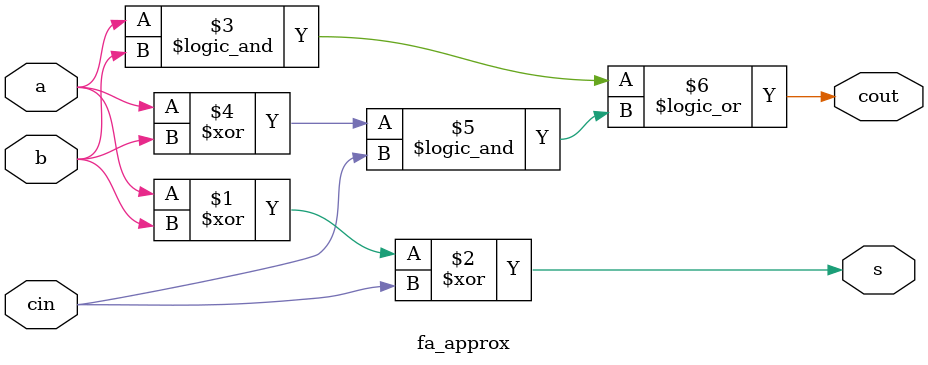
<source format=sv>
`timescale 1ns / 1ps


module fa_approx(
    input  logic a   ,
    input  logic b   ,
    input  logic cin ,
    output logic s   ,
    output logic cout
    );
assign s = a^b^cin;            // exact 
//assign s    = b ;              // AFA3
//assign s    = (~a | b) & cin; // AFA2
//assign s    = a^b ;             // AFA1
//assign cout = a&b; 
assign cout = a&&b || (a^b)&&cin; // exact
    
endmodule

</source>
